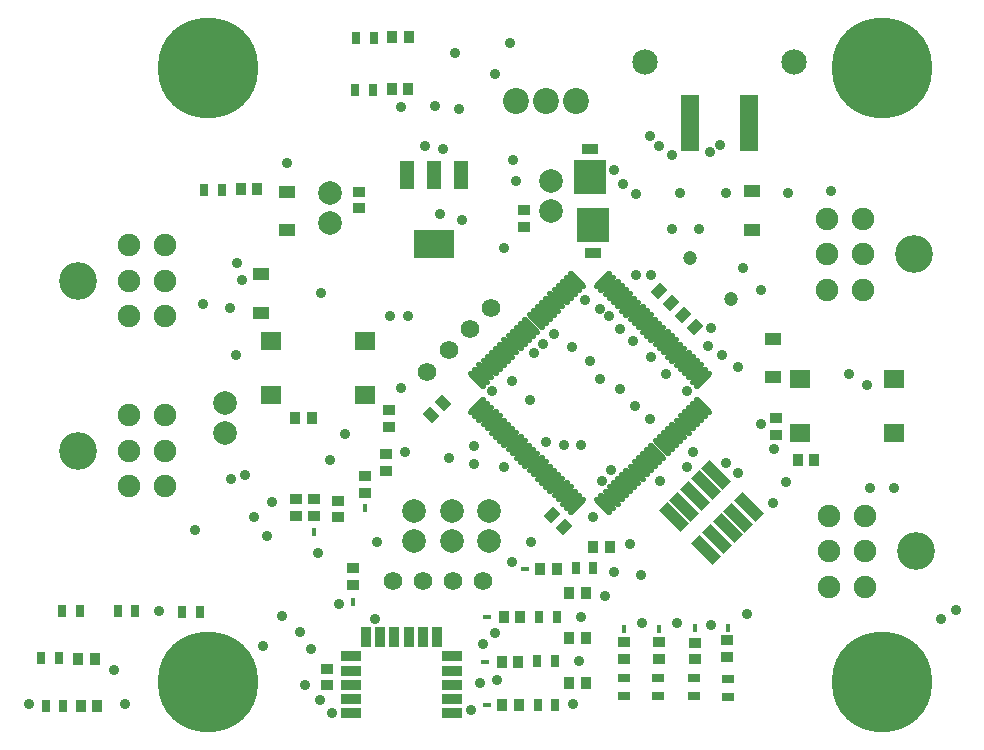
<source format=gts>
G04 Layer_Color=8388736*
%FSLAX44Y44*%
%MOMM*%
G71*
G01*
G75*
%ADD46R,0.4500X0.7747*%
%ADD47R,0.7747X0.4500*%
%ADD48R,0.7000X1.0000*%
%ADD49R,1.7000X0.9000*%
%ADD50R,0.9000X1.7000*%
G04:AMPARAMS|DCode=51|XSize=0.5mm|YSize=2mm|CornerRadius=0mm|HoleSize=0mm|Usage=FLASHONLY|Rotation=315.000|XOffset=0mm|YOffset=0mm|HoleType=Round|Shape=Round|*
%AMOVALD51*
21,1,1.5000,0.5000,0.0000,0.0000,45.0*
1,1,0.5000,-0.5303,-0.5303*
1,1,0.5000,0.5303,0.5303*
%
%ADD51OVALD51*%

G04:AMPARAMS|DCode=52|XSize=0.5mm|YSize=2mm|CornerRadius=0mm|HoleSize=0mm|Usage=FLASHONLY|Rotation=225.000|XOffset=0mm|YOffset=0mm|HoleType=Round|Shape=Round|*
%AMOVALD52*
21,1,1.5000,0.5000,0.0000,0.0000,315.0*
1,1,0.5000,-0.5303,0.5303*
1,1,0.5000,0.5303,-0.5303*
%
%ADD52OVALD52*%

%ADD53C,0.0762*%
%ADD54R,0.9000X1.1000*%
%ADD55R,1.1000X0.9000*%
%ADD56R,1.6000X4.7000*%
%ADD57R,1.7500X1.6000*%
G04:AMPARAMS|DCode=58|XSize=2.6mm|YSize=0.96mm|CornerRadius=0mm|HoleSize=0mm|Usage=FLASHONLY|Rotation=135.000|XOffset=0mm|YOffset=0mm|HoleType=Round|Shape=Rectangle|*
%AMROTATEDRECTD58*
4,1,4,1.2587,-0.5798,0.5798,-1.2587,-1.2587,0.5798,-0.5798,1.2587,1.2587,-0.5798,0.0*
%
%ADD58ROTATEDRECTD58*%

%ADD59R,1.4000X1.0500*%
%ADD60R,1.4700X0.9620*%
%ADD61R,2.7400X2.8700*%
G04:AMPARAMS|DCode=62|XSize=1.1mm|YSize=0.9mm|CornerRadius=0mm|HoleSize=0mm|Usage=FLASHONLY|Rotation=135.000|XOffset=0mm|YOffset=0mm|HoleType=Round|Shape=Rectangle|*
%AMROTATEDRECTD62*
4,1,4,0.7071,-0.0707,0.0707,-0.7071,-0.7071,0.0707,-0.0707,0.7071,0.7071,-0.0707,0.0*
%
%ADD62ROTATEDRECTD62*%

G04:AMPARAMS|DCode=63|XSize=1.1mm|YSize=0.9mm|CornerRadius=0mm|HoleSize=0mm|Usage=FLASHONLY|Rotation=225.000|XOffset=0mm|YOffset=0mm|HoleType=Round|Shape=Rectangle|*
%AMROTATEDRECTD63*
4,1,4,0.0707,0.7071,0.7071,0.0707,-0.0707,-0.7071,-0.7071,-0.0707,0.0707,0.7071,0.0*
%
%ADD63ROTATEDRECTD63*%

%ADD64R,1.0000X0.7000*%
%ADD65R,3.4500X2.3500*%
%ADD66R,1.1500X2.3500*%
%ADD67C,2.0000*%
%ADD68C,1.2000*%
%ADD69C,2.2000*%
%ADD70C,2.1500*%
%ADD71C,2.1532*%
%ADD72C,1.5716*%
%ADD73C,1.9000*%
%ADD74C,3.2000*%
%ADD75C,8.5000*%
%ADD76C,0.9000*%
D46*
X1099820Y455951D02*
D03*
X1071880D02*
D03*
X1041400Y455230D02*
D03*
X1012236Y454850D02*
D03*
X792479Y557368D02*
D03*
X782318Y477357D02*
D03*
X749301Y536638D02*
D03*
D47*
X896049Y464820D02*
D03*
X927798Y505460D02*
D03*
X894629Y427190D02*
D03*
X895987Y390360D02*
D03*
D48*
X799300Y911060D02*
D03*
X784300D02*
D03*
X637690Y469430D02*
D03*
X652690D02*
D03*
X583170Y469900D02*
D03*
X598170D02*
D03*
X940100Y464820D02*
D03*
X955100D02*
D03*
X971080Y506260D02*
D03*
X986080D02*
D03*
X938530Y427990D02*
D03*
X953530D02*
D03*
X938830Y390360D02*
D03*
X953830D02*
D03*
X551180Y469900D02*
D03*
X536180D02*
D03*
X671600Y826455D02*
D03*
X656600D02*
D03*
X799950Y955510D02*
D03*
X784950D02*
D03*
X537210Y389890D02*
D03*
X522210D02*
D03*
X533750Y430200D02*
D03*
X518750D02*
D03*
D49*
X781050Y383670D02*
D03*
Y395670D02*
D03*
Y407670D02*
D03*
Y419670D02*
D03*
Y431670D02*
D03*
X866050D02*
D03*
Y419670D02*
D03*
Y407670D02*
D03*
Y395670D02*
D03*
Y383670D02*
D03*
D50*
X793550Y448170D02*
D03*
X805550D02*
D03*
X817550D02*
D03*
X829550D02*
D03*
X841550D02*
D03*
X853550D02*
D03*
D51*
X1079180Y665778D02*
D03*
X1075645Y669313D02*
D03*
X1072109Y672849D02*
D03*
X1068574Y676385D02*
D03*
X1065038Y679920D02*
D03*
X1061503Y683456D02*
D03*
X1057967Y686991D02*
D03*
X1054432Y690527D02*
D03*
X1050896Y694062D02*
D03*
X1047361Y697598D02*
D03*
X1043825Y701133D02*
D03*
X1040290Y704669D02*
D03*
X1036754Y708204D02*
D03*
X1033219Y711740D02*
D03*
X1029683Y715275D02*
D03*
X1026147Y718811D02*
D03*
X1022612Y722346D02*
D03*
X1019076Y725882D02*
D03*
X1015541Y729417D02*
D03*
X1012005Y732953D02*
D03*
X1008470Y736488D02*
D03*
X1004934Y740024D02*
D03*
X1001399Y743560D02*
D03*
X997863Y747095D02*
D03*
X994328Y750631D02*
D03*
X887554Y643858D02*
D03*
X891090Y640322D02*
D03*
X894625Y636786D02*
D03*
X898161Y633251D02*
D03*
X901697Y629715D02*
D03*
X905232Y626180D02*
D03*
X908768Y622644D02*
D03*
X912303Y619109D02*
D03*
X915839Y615573D02*
D03*
X919374Y612038D02*
D03*
X922910Y608502D02*
D03*
X926445Y604967D02*
D03*
X929981Y601431D02*
D03*
X933516Y597896D02*
D03*
X937052Y594360D02*
D03*
X940587Y590825D02*
D03*
X944123Y587289D02*
D03*
X947659Y583754D02*
D03*
X951194Y580218D02*
D03*
X954730Y576682D02*
D03*
X958265Y573147D02*
D03*
X961801Y569611D02*
D03*
X965336Y566076D02*
D03*
X968872Y562540D02*
D03*
X972407Y559005D02*
D03*
D52*
Y750631D02*
D03*
X968872Y747095D02*
D03*
X965336Y743560D02*
D03*
X961801Y740024D02*
D03*
X958265Y736488D02*
D03*
X954730Y732953D02*
D03*
X951194Y729417D02*
D03*
X947659Y725882D02*
D03*
X944123Y722346D02*
D03*
X940587Y718811D02*
D03*
X937052Y715275D02*
D03*
X933516Y711740D02*
D03*
X929981Y708204D02*
D03*
X926445Y704669D02*
D03*
X922910Y701133D02*
D03*
X919374Y697598D02*
D03*
X915839Y694062D02*
D03*
X912303Y690527D02*
D03*
X908768Y686991D02*
D03*
X905232Y683456D02*
D03*
X901697Y679920D02*
D03*
X898161Y676384D02*
D03*
X894625Y672849D02*
D03*
X891090Y669313D02*
D03*
X887554Y665778D02*
D03*
X994328Y559005D02*
D03*
X997863Y562540D02*
D03*
X1001399Y566076D02*
D03*
X1004934Y569611D02*
D03*
X1008470Y573147D02*
D03*
X1012005Y576682D02*
D03*
X1015541Y580218D02*
D03*
X1019076Y583754D02*
D03*
X1022612Y587289D02*
D03*
X1026147Y590825D02*
D03*
X1029683Y594360D02*
D03*
X1033219Y597896D02*
D03*
X1036754Y601431D02*
D03*
X1040290Y604967D02*
D03*
X1043825Y608502D02*
D03*
X1047361Y612038D02*
D03*
X1050896Y615573D02*
D03*
X1054432Y619109D02*
D03*
X1057967Y622644D02*
D03*
X1061503Y626180D02*
D03*
X1065038Y629715D02*
D03*
X1068574Y633251D02*
D03*
X1072109Y636786D02*
D03*
X1075645Y640322D02*
D03*
X1079180Y643858D02*
D03*
D53*
X1099820Y458470D02*
D03*
Y453220D02*
D03*
X1071880Y458470D02*
D03*
Y453220D02*
D03*
X1041400Y457751D02*
D03*
Y452501D02*
D03*
X1012236Y457370D02*
D03*
Y452120D02*
D03*
X792480Y554848D02*
D03*
Y560098D02*
D03*
X782320Y474838D02*
D03*
Y480088D02*
D03*
X749300Y534119D02*
D03*
Y539369D02*
D03*
X893529Y464820D02*
D03*
X898779D02*
D03*
X925279Y505460D02*
D03*
X930529D02*
D03*
X892109Y427190D02*
D03*
X897359D02*
D03*
X893468Y390360D02*
D03*
X898718D02*
D03*
D54*
X565950Y389420D02*
D03*
X551950D02*
D03*
X701610Y827255D02*
D03*
X687610D02*
D03*
X829310Y911860D02*
D03*
X815310D02*
D03*
X829960Y956310D02*
D03*
X815960D02*
D03*
X1000140Y524510D02*
D03*
X986140D02*
D03*
X979820Y447040D02*
D03*
X965820D02*
D03*
X979820Y408940D02*
D03*
X965820D02*
D03*
X941070Y505460D02*
D03*
X955070D02*
D03*
X908520Y427190D02*
D03*
X922520D02*
D03*
X979820Y485140D02*
D03*
X965820D02*
D03*
X908820Y390360D02*
D03*
X922820D02*
D03*
X910090Y465290D02*
D03*
X924090D02*
D03*
X733410Y633730D02*
D03*
X747410D02*
D03*
X549760Y429730D02*
D03*
X563760D02*
D03*
X1159157Y597825D02*
D03*
X1173157D02*
D03*
D55*
X1099397Y431398D02*
D03*
Y445398D02*
D03*
X1071926Y429008D02*
D03*
Y443008D02*
D03*
X1041447Y429628D02*
D03*
Y443628D02*
D03*
X1012236Y429628D02*
D03*
Y443628D02*
D03*
X810260Y602630D02*
D03*
Y588630D02*
D03*
X769620Y563260D02*
D03*
Y549260D02*
D03*
X734060Y564530D02*
D03*
Y550530D02*
D03*
X792480Y570200D02*
D03*
Y584200D02*
D03*
X782320Y492110D02*
D03*
Y506110D02*
D03*
X749300Y550505D02*
D03*
Y564505D02*
D03*
X812800Y626110D02*
D03*
Y640110D02*
D03*
X760730Y421020D02*
D03*
Y407020D02*
D03*
X787400Y810880D02*
D03*
Y824880D02*
D03*
X927100Y809290D02*
D03*
Y795290D02*
D03*
X1140460Y619110D02*
D03*
Y633110D02*
D03*
D56*
X1117700Y883220D02*
D03*
X1067700D02*
D03*
D57*
X1240577Y666685D02*
D03*
X1161077D02*
D03*
X1240577Y620685D02*
D03*
X1161077D02*
D03*
X713360Y652640D02*
D03*
X792860D02*
D03*
X713360Y698640D02*
D03*
X792860D02*
D03*
D58*
X1090022Y585469D02*
D03*
X1117599Y557892D02*
D03*
X1081042Y576489D02*
D03*
X1108619Y548912D02*
D03*
X1072061Y567509D02*
D03*
X1099639Y539931D02*
D03*
X1063081Y558528D02*
D03*
X1090658Y530951D02*
D03*
X1054101Y549548D02*
D03*
X1081678Y521971D02*
D03*
D59*
X1137920Y700520D02*
D03*
Y668020D02*
D03*
X726440Y792480D02*
D03*
Y824980D02*
D03*
X704850Y722630D02*
D03*
Y755130D02*
D03*
X1120140Y793000D02*
D03*
Y825500D02*
D03*
D60*
X982980Y861045D02*
D03*
X985520Y773445D02*
D03*
D61*
X982980Y837550D02*
D03*
X985520Y796940D02*
D03*
D62*
X848490Y636400D02*
D03*
X858390Y646300D02*
D03*
D63*
X961130Y541281D02*
D03*
X951230Y551180D02*
D03*
X1041614Y740999D02*
D03*
X1051514Y731100D02*
D03*
X1072168Y710445D02*
D03*
X1062269Y720344D02*
D03*
D64*
X1099820Y412510D02*
D03*
Y397510D02*
D03*
X1071457Y412998D02*
D03*
Y397998D02*
D03*
X1040976Y412998D02*
D03*
Y397998D02*
D03*
X1011767Y412998D02*
D03*
Y397998D02*
D03*
D65*
X850900Y781050D02*
D03*
D66*
X873900Y839050D02*
D03*
X850900D02*
D03*
X827900D02*
D03*
D67*
X949960Y808990D02*
D03*
Y834390D02*
D03*
X834390Y529590D02*
D03*
Y554990D02*
D03*
X866140Y529590D02*
D03*
Y554990D02*
D03*
X763270Y798830D02*
D03*
Y824230D02*
D03*
X897890Y529590D02*
D03*
Y554990D02*
D03*
X674370Y646430D02*
D03*
Y621030D02*
D03*
D68*
X1067925Y768569D02*
D03*
X1102432Y734062D02*
D03*
D69*
X971550Y902060D02*
D03*
X946150D02*
D03*
X920750D02*
D03*
D70*
X1155700Y934720D02*
D03*
D71*
X1029700D02*
D03*
D72*
X842010Y495300D02*
D03*
X816610D02*
D03*
X867410D02*
D03*
X892810D02*
D03*
X863510Y690790D02*
D03*
X845549Y672829D02*
D03*
X881470Y708750D02*
D03*
X899431Y726711D02*
D03*
D73*
X1184100Y802160D02*
D03*
Y772160D02*
D03*
Y742160D02*
D03*
X1214100D02*
D03*
Y802160D02*
D03*
Y772160D02*
D03*
X623090Y719780D02*
D03*
Y749780D02*
D03*
Y779780D02*
D03*
X593090D02*
D03*
Y719780D02*
D03*
Y749780D02*
D03*
X623110Y575790D02*
D03*
Y605790D02*
D03*
Y635790D02*
D03*
X593110D02*
D03*
Y575790D02*
D03*
Y605790D02*
D03*
X1185690Y550700D02*
D03*
Y520700D02*
D03*
Y490700D02*
D03*
X1215690D02*
D03*
Y550700D02*
D03*
Y520700D02*
D03*
D74*
X1257300Y772160D02*
D03*
X549890Y749780D02*
D03*
X549910Y605790D02*
D03*
X1258890Y520700D02*
D03*
D75*
X1230000Y930000D02*
D03*
Y410000D02*
D03*
X660000D02*
D03*
Y930000D02*
D03*
D76*
X1052830Y793750D02*
D03*
X1075690D02*
D03*
X918210Y852170D02*
D03*
X920750Y834390D02*
D03*
X822960Y896620D02*
D03*
X872490Y895350D02*
D03*
X843280Y863600D02*
D03*
X858520Y861060D02*
D03*
X875030Y801370D02*
D03*
X855980Y806450D02*
D03*
X655320Y730250D02*
D03*
X678180Y726440D02*
D03*
X713740Y562610D02*
D03*
X737870Y452120D02*
D03*
X746760Y438150D02*
D03*
X508000Y391160D02*
D03*
X580390Y420370D02*
D03*
X589280Y391160D02*
D03*
X993140Y580251D02*
D03*
X722630Y466090D02*
D03*
X690880Y585470D02*
D03*
X618490Y469900D02*
D03*
X648970Y538480D02*
D03*
X741680Y407670D02*
D03*
X1000760Y589280D02*
D03*
X985520Y549910D02*
D03*
X1202690Y670560D02*
D03*
X1217930Y661670D02*
D03*
X1127760Y628650D02*
D03*
X1139190Y607060D02*
D03*
X969010Y391160D02*
D03*
X684530Y764540D02*
D03*
X688340Y750570D02*
D03*
X698500Y549910D02*
D03*
X902623Y451430D02*
D03*
X822960Y659130D02*
D03*
X802640Y528320D02*
D03*
X1098550Y595630D02*
D03*
X1108710Y586740D02*
D03*
X1137920Y561340D02*
D03*
X1008380Y708660D02*
D03*
X726440Y849630D02*
D03*
X1003300Y843280D02*
D03*
X1010920Y831850D02*
D03*
X1022350Y822960D02*
D03*
X904240Y411480D02*
D03*
X1149350Y579120D02*
D03*
X885190Y594360D02*
D03*
X946150Y613410D02*
D03*
X961390Y610870D02*
D03*
X916940Y664677D02*
D03*
X932180Y648970D02*
D03*
X935990Y688340D02*
D03*
X943610Y695960D02*
D03*
X1033780Y632460D02*
D03*
X1021080Y643890D02*
D03*
X1008380Y657860D02*
D03*
X952500Y704850D02*
D03*
X967740Y693420D02*
D03*
X982980Y681990D02*
D03*
X991870Y666750D02*
D03*
X775970Y619760D02*
D03*
X1112520Y760730D02*
D03*
X1127760Y741680D02*
D03*
X902970Y924560D02*
D03*
X915670Y951230D02*
D03*
X829310Y720090D02*
D03*
X814070D02*
D03*
X826770Y604520D02*
D03*
X763270Y598170D02*
D03*
X709930Y533400D02*
D03*
X706120Y440690D02*
D03*
X882650Y386080D02*
D03*
X975360Y464820D02*
D03*
X974090Y427990D02*
D03*
X1085850Y458470D02*
D03*
X1116330Y467360D02*
D03*
X1027430Y459740D02*
D03*
X1056640D02*
D03*
X995680Y482600D02*
D03*
X1003300Y502920D02*
D03*
X1017270Y527050D02*
D03*
X975360Y610870D02*
D03*
X1083310Y694690D02*
D03*
X1085850Y709930D02*
D03*
X1035050Y754380D02*
D03*
X1022350D02*
D03*
X1292860Y471170D02*
D03*
X1280160Y463550D02*
D03*
X1084580Y858520D02*
D03*
X1052830Y855980D02*
D03*
X1041400Y863600D02*
D03*
X1033780Y872490D02*
D03*
X1093470Y864870D02*
D03*
X755650Y739140D02*
D03*
X999661Y720090D02*
D03*
X1035050Y684702D02*
D03*
X1019810Y698500D02*
D03*
X1026160Y500380D02*
D03*
X910590Y777240D02*
D03*
X1108710Y676910D02*
D03*
X1094740Y687070D02*
D03*
X900186Y656125D02*
D03*
X979212Y733355D02*
D03*
X991784Y726171D02*
D03*
X1065422Y656125D02*
D03*
X1047462Y670493D02*
D03*
X753110Y519430D02*
D03*
X754380Y394970D02*
D03*
X764540Y383540D02*
D03*
X933450Y528320D02*
D03*
X916940Y511810D02*
D03*
X910590Y591820D02*
D03*
X885190Y609600D02*
D03*
X863600Y599440D02*
D03*
X770890Y476250D02*
D03*
X892810Y441960D02*
D03*
X890270Y408940D02*
D03*
X1065711Y591820D02*
D03*
X1042670Y580390D02*
D03*
X1070610Y604881D02*
D03*
X801370Y463550D02*
D03*
X679450Y581660D02*
D03*
X868680Y942340D02*
D03*
X851535Y897255D02*
D03*
X683188Y687141D02*
D03*
X1098550Y824230D02*
D03*
X1059180D02*
D03*
X1150620D02*
D03*
X1187450Y825500D02*
D03*
X1220470Y574040D02*
D03*
X1240790D02*
D03*
M02*

</source>
